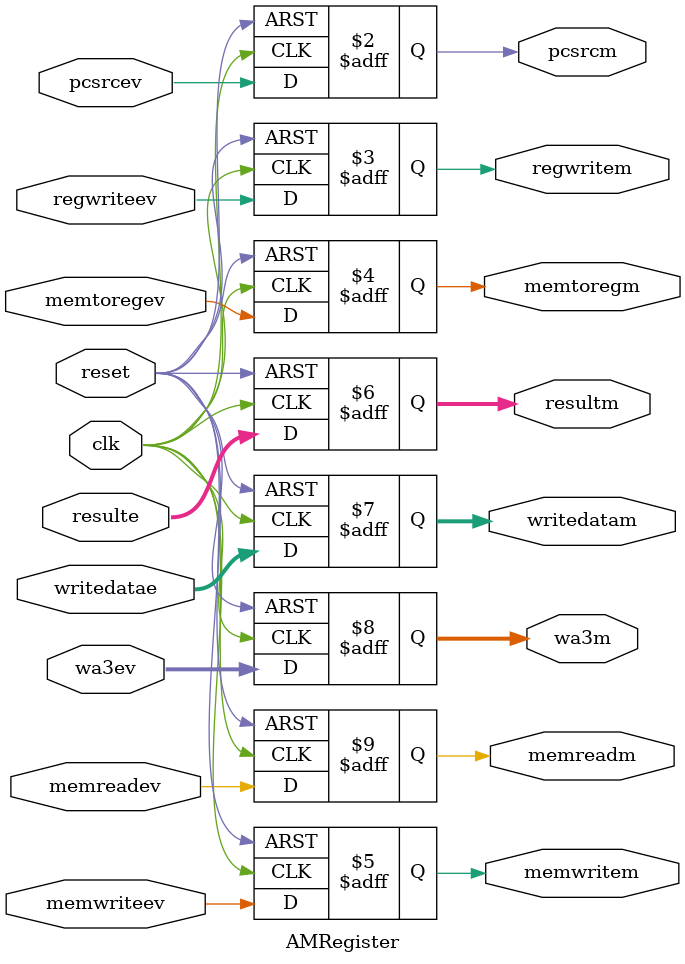
<source format=v>
`timescale 1ns / 1ps

module AMRegister(
    input clk,
       //输入
       //加入reset
       input reset,
    input pcsrcev,
    input regwriteev,
    input memtoregev,
    input memwriteev,
    input [31:0] resulte,
    input [31:0] writedatae,
    input [3:0] wa3ev,
    //输出
    output reg pcsrcm,
    output reg regwritem,
    output reg memtoregm,
    output reg memwritem,
    output reg [31:0] resultm,
    output reg [31:0] writedatam,
    output reg [3:0] wa3m,
    //添加读指示信号
    input memreadev,
    output reg memreadm
    );

    always @(posedge clk,posedge reset) begin
        if (reset) begin
        pcsrcm <= 0;
        regwritem <= 0;
        memtoregm <= 0;
        memwritem <= 0;
        resultm <= 0;
        writedatam <= 0;
        wa3m <= 0;
        memreadm <= 0;
        end
        else begin
        pcsrcm <= pcsrcev;
        regwritem <= regwriteev;
        memtoregm <= memtoregev;
        memwritem <= memwriteev;
        resultm <= resulte;
        writedatam <= writedatae;
        wa3m <= wa3ev;
        memreadm <= memreadev; // 添加多核协作，读信号
    end
    end
endmodule
</source>
